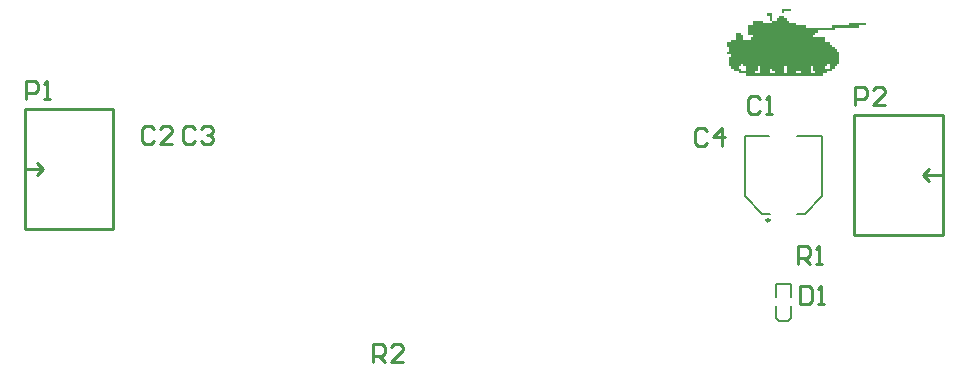
<source format=gto>
%FSTAX23Y23*%
%MOIN*%
%SFA1B1*%

%IPPOS*%
%ADD10C,0.009800*%
%ADD11C,0.005000*%
%ADD12C,0.007900*%
%ADD13C,0.010000*%
%LNpcb1-1*%
%LPD*%
G36*
X04726Y04772D02*
X04702D01*
Y04764*
X04694*
Y0478*
X04726*
Y04772*
G37*
G36*
X04662Y0474D02*
X04678D01*
Y04748*
X04686*
Y04756*
X04702*
Y04748*
X0471*
Y0474*
X04718*
Y04732*
X04742*
Y04724*
X04774*
Y04716*
X04862*
Y04724*
X04918*
Y04732*
X04974*
Y04724*
X0495*
Y04716*
X0487*
Y04708*
X04814*
Y047*
X04806*
Y04692*
X04798*
Y04684*
X04838*
Y04668*
X04854*
Y0466*
X04862*
Y04652*
X0487*
Y04644*
X04878*
Y04636*
X04886*
Y04596*
X04878*
Y04588*
X0487*
Y0458*
X04862*
Y04572*
X04846*
Y04564*
X0483*
Y04556*
X04574*
Y04564*
X0455*
Y04572*
X04534*
Y0458*
X04526*
Y04588*
X04518*
Y0462*
X04526*
Y04628*
X0451*
Y04636*
X04518*
Y04652*
X0451*
Y04668*
X04526*
Y04676*
X04542*
Y047*
X04558*
Y04692*
X04566*
Y04676*
X0459*
Y04684*
X04598*
Y04692*
X04582*
Y04724*
X04598*
Y0474*
X0463*
Y04732*
X04662*
Y0474*
X04654*
Y04756*
X04646*
Y04764*
X04662*
Y0474*
G37*
%LNpcb1-2*%
%LPC*%
G36*
X04854Y04596D02*
X04846D01*
Y04588*
X04838*
Y0458*
X04854*
Y04588*
Y04596*
G37*
G36*
X04566D02*
X04558D01*
Y04588*
X0455*
Y0458*
X04558*
Y04572*
X04574*
Y0458*
Y04588*
X04566*
Y04596*
G37*
G36*
X04798Y04588D02*
X0479D01*
Y0458*
Y04572*
Y04564*
X04806*
Y04572*
X04798*
Y0458*
Y04588*
G37*
G36*
X04758Y04572D02*
X04742D01*
Y04564*
X04758*
Y04572*
G37*
G36*
X0471Y04588D02*
X04702D01*
Y0458*
Y04572*
Y04564*
X0471*
Y04572*
Y0458*
Y04588*
G37*
G36*
X04662Y0458D02*
X04654D01*
Y04572*
Y04564*
X0467*
Y04572*
X04662*
Y0458*
G37*
G36*
X04622Y04588D02*
X04614D01*
Y0458*
Y04572*
X04606*
Y04564*
X04622*
Y04572*
Y0458*
Y04588*
G37*
%LNpcb1-3*%
%LPD*%
G54D10*
X04653Y04075D02*
D01*
D01*
G75*
G03X04643I-00004J0D01*
G74*G01*
D01*
G75*
G03X04653I00004J0D01*
G74*G01*
G54D11*
X04674Y03862D02*
X04724D01*
X04674Y03747D02*
X04684Y03737D01*
X04714D02*
X04724Y03747D01*
X04684Y03737D02*
X04714D01*
X04724Y03747D02*
Y03787D01*
Y03817D02*
Y03862D01*
X04674Y03747D02*
Y03787D01*
Y03817D02*
Y03862D01*
G54D12*
X04745Y04096D02*
X0477D01*
X04629D02*
X04654D01*
X04829Y04155D02*
Y04356D01*
X0457Y04155D02*
Y04356D01*
X04745D02*
X04829D01*
X0457D02*
X0465D01*
X0457Y04155D02*
X04629Y04096D01*
X0477D02*
X04829Y04155D01*
G54D13*
X05166Y04225D02*
X05228D01*
X05166D02*
X05186Y04245D01*
X05166Y04225D02*
X05186Y04205D01*
X0523Y04025D02*
Y04425D01*
X04934Y04025D02*
X0523D01*
X04934Y04425D02*
X0523D01*
X04934Y04025D02*
Y04425D01*
X02172Y04244D02*
X02233D01*
X02213Y04224D02*
X02233Y04244D01*
X02213Y04264D02*
X02233Y04244D01*
X0217Y04045D02*
Y04445D01*
X02465*
X0217Y04045D02*
X02465D01*
Y04445*
X04749Y0393D02*
Y0399D01*
X04779*
X04789Y0398*
Y0396*
X04779Y0395*
X04749*
X04769D02*
X04789Y0393D01*
X04809D02*
X04829D01*
X04819*
Y0399*
X04809Y0398*
X04754Y03856D02*
Y03796D01*
X04784*
X04794Y03806*
Y03846*
X04784Y03856*
X04754*
X04814Y03796D02*
X04834D01*
X04824*
Y03856*
X04814Y03846*
X04622Y0448D02*
X04612Y0449D01*
X04592*
X04582Y0448*
Y0444*
X04592Y0443*
X04612*
X04622Y0444*
X04642Y0443D02*
X04662D01*
X04652*
Y0449*
X04642Y0448*
X0333Y03603D02*
Y03663D01*
X0336*
X0337Y03653*
Y03633*
X0336Y03623*
X0333*
X0335D02*
X0337Y03603D01*
X0343D02*
X0339D01*
X0343Y03643*
Y03653*
X0342Y03663*
X034*
X0339Y03653*
X02603Y04377D02*
X02593Y04387D01*
X02573*
X02563Y04377*
Y04337*
X02573Y04327*
X02593*
X02603Y04337*
X02663Y04327D02*
X02623D01*
X02663Y04367*
Y04377*
X02653Y04387*
X02633*
X02623Y04377*
X04939Y0446D02*
Y0452D01*
X04969*
X04979Y0451*
Y0449*
X04969Y0448*
X04939*
X05039Y0446D02*
X04999D01*
X05039Y045*
Y0451*
X05029Y0452*
X05009*
X04999Y0451*
X02175Y0448D02*
Y0454D01*
X02205*
X02215Y0453*
Y0451*
X02205Y045*
X02175*
X02235Y0448D02*
X02255D01*
X02245*
Y0454*
X02235Y0453*
X04446Y04373D02*
X04436Y04383D01*
X04416*
X04406Y04373*
Y04333*
X04416Y04323*
X04436*
X04446Y04333*
X04496Y04323D02*
Y04383D01*
X04466Y04353*
X04506*
X02739Y04377D02*
X02729Y04387D01*
X02709*
X02699Y04377*
Y04337*
X02709Y04327*
X02729*
X02739Y04337*
X02759Y04377D02*
X02769Y04387D01*
X02789*
X02799Y04377*
Y04367*
X02789Y04357*
X02779*
X02789*
X02799Y04347*
Y04337*
X02789Y04327*
X02769*
X02759Y04337*
M02*
</source>
